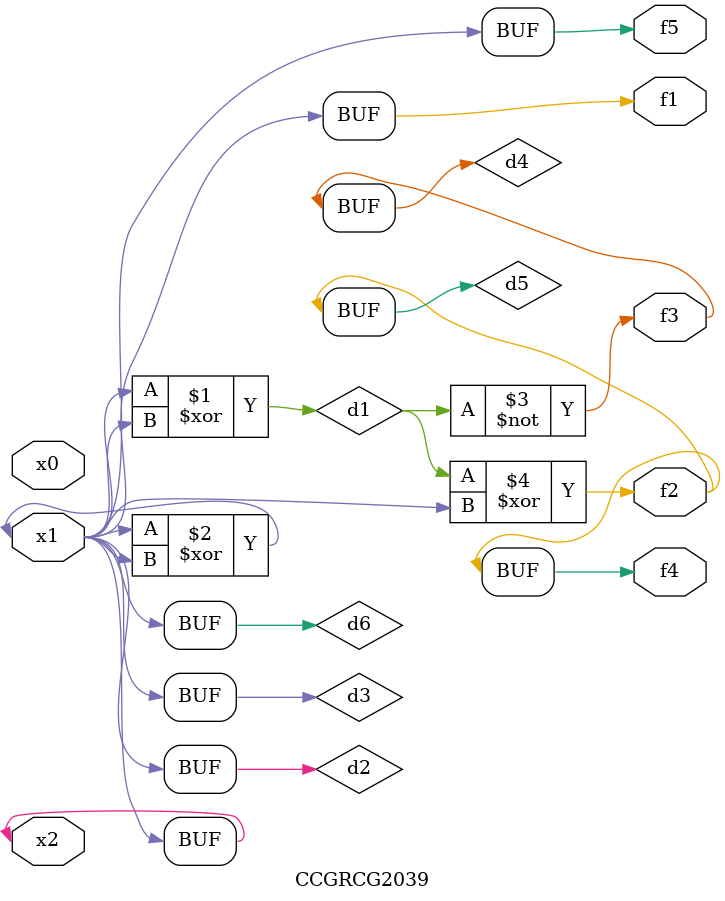
<source format=v>
module CCGRCG2039(
	input x0, x1, x2,
	output f1, f2, f3, f4, f5
);

	wire d1, d2, d3, d4, d5, d6;

	xor (d1, x1, x2);
	buf (d2, x1, x2);
	xor (d3, x1, x2);
	nor (d4, d1);
	xor (d5, d1, d2);
	buf (d6, d2, d3);
	assign f1 = d6;
	assign f2 = d5;
	assign f3 = d4;
	assign f4 = d5;
	assign f5 = d6;
endmodule

</source>
